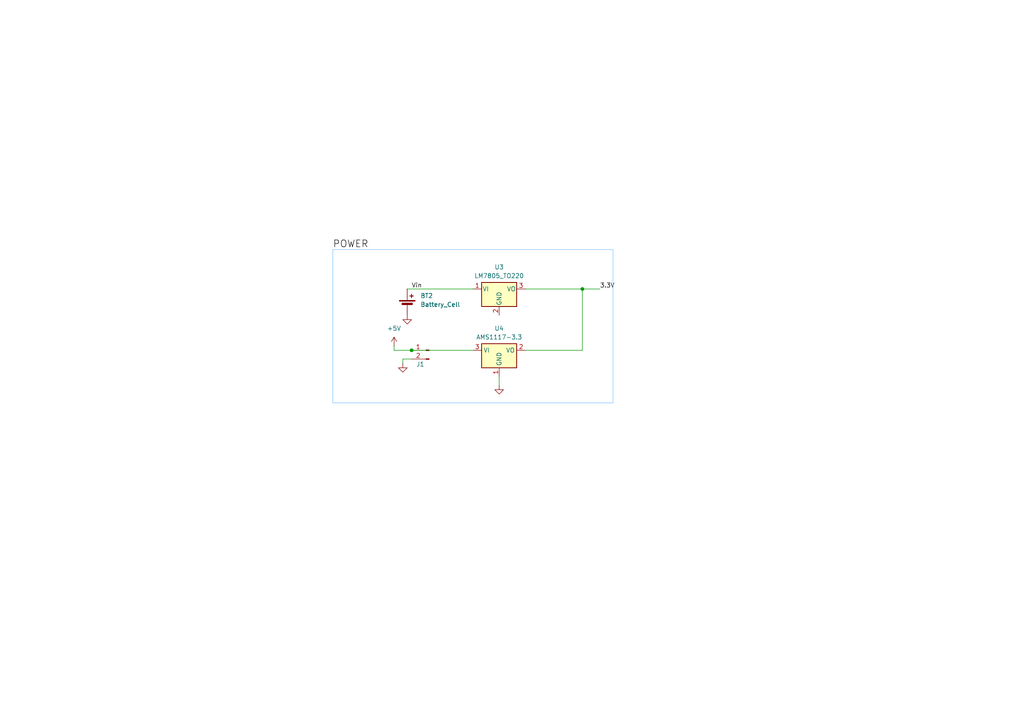
<source format=kicad_sch>
(kicad_sch
	(version 20231120)
	(generator "eeschema")
	(generator_version "8.0")
	(uuid "41dc2636-202c-4aa5-a493-0a21fe1ac23a")
	(paper "A4")
	(lib_symbols
		(symbol "Connector:Conn_01x02_Pin"
			(pin_names
				(offset 1.016) hide)
			(exclude_from_sim no)
			(in_bom yes)
			(on_board yes)
			(property "Reference" "J"
				(at 0 2.54 0)
				(effects
					(font
						(size 1.27 1.27)
					)
				)
			)
			(property "Value" "Conn_01x02_Pin"
				(at 0 -5.08 0)
				(effects
					(font
						(size 1.27 1.27)
					)
				)
			)
			(property "Footprint" ""
				(at 0 0 0)
				(effects
					(font
						(size 1.27 1.27)
					)
					(hide yes)
				)
			)
			(property "Datasheet" "~"
				(at 0 0 0)
				(effects
					(font
						(size 1.27 1.27)
					)
					(hide yes)
				)
			)
			(property "Description" "Generic connector, single row, 01x02, script generated"
				(at 0 0 0)
				(effects
					(font
						(size 1.27 1.27)
					)
					(hide yes)
				)
			)
			(property "ki_locked" ""
				(at 0 0 0)
				(effects
					(font
						(size 1.27 1.27)
					)
				)
			)
			(property "ki_keywords" "connector"
				(at 0 0 0)
				(effects
					(font
						(size 1.27 1.27)
					)
					(hide yes)
				)
			)
			(property "ki_fp_filters" "Connector*:*_1x??_*"
				(at 0 0 0)
				(effects
					(font
						(size 1.27 1.27)
					)
					(hide yes)
				)
			)
			(symbol "Conn_01x02_Pin_1_1"
				(polyline
					(pts
						(xy 1.27 -2.54) (xy 0.8636 -2.54)
					)
					(stroke
						(width 0.1524)
						(type default)
					)
					(fill
						(type none)
					)
				)
				(polyline
					(pts
						(xy 1.27 0) (xy 0.8636 0)
					)
					(stroke
						(width 0.1524)
						(type default)
					)
					(fill
						(type none)
					)
				)
				(rectangle
					(start 0.8636 -2.413)
					(end 0 -2.667)
					(stroke
						(width 0.1524)
						(type default)
					)
					(fill
						(type outline)
					)
				)
				(rectangle
					(start 0.8636 0.127)
					(end 0 -0.127)
					(stroke
						(width 0.1524)
						(type default)
					)
					(fill
						(type outline)
					)
				)
				(pin passive line
					(at 5.08 0 180)
					(length 3.81)
					(name "Pin_1"
						(effects
							(font
								(size 1.27 1.27)
							)
						)
					)
					(number "1"
						(effects
							(font
								(size 1.27 1.27)
							)
						)
					)
				)
				(pin passive line
					(at 5.08 -2.54 180)
					(length 3.81)
					(name "Pin_2"
						(effects
							(font
								(size 1.27 1.27)
							)
						)
					)
					(number "2"
						(effects
							(font
								(size 1.27 1.27)
							)
						)
					)
				)
			)
		)
		(symbol "Device:Battery_Cell"
			(pin_numbers hide)
			(pin_names
				(offset 0) hide)
			(exclude_from_sim no)
			(in_bom yes)
			(on_board yes)
			(property "Reference" "BT"
				(at 2.54 2.54 0)
				(effects
					(font
						(size 1.27 1.27)
					)
					(justify left)
				)
			)
			(property "Value" "Battery_Cell"
				(at 2.54 0 0)
				(effects
					(font
						(size 1.27 1.27)
					)
					(justify left)
				)
			)
			(property "Footprint" ""
				(at 0 1.524 90)
				(effects
					(font
						(size 1.27 1.27)
					)
					(hide yes)
				)
			)
			(property "Datasheet" "~"
				(at 0 1.524 90)
				(effects
					(font
						(size 1.27 1.27)
					)
					(hide yes)
				)
			)
			(property "Description" "Single-cell battery"
				(at 0 0 0)
				(effects
					(font
						(size 1.27 1.27)
					)
					(hide yes)
				)
			)
			(property "ki_keywords" "battery cell"
				(at 0 0 0)
				(effects
					(font
						(size 1.27 1.27)
					)
					(hide yes)
				)
			)
			(symbol "Battery_Cell_0_1"
				(rectangle
					(start -2.286 1.778)
					(end 2.286 1.524)
					(stroke
						(width 0)
						(type default)
					)
					(fill
						(type outline)
					)
				)
				(rectangle
					(start -1.524 1.016)
					(end 1.524 0.508)
					(stroke
						(width 0)
						(type default)
					)
					(fill
						(type outline)
					)
				)
				(polyline
					(pts
						(xy 0 0.762) (xy 0 0)
					)
					(stroke
						(width 0)
						(type default)
					)
					(fill
						(type none)
					)
				)
				(polyline
					(pts
						(xy 0 1.778) (xy 0 2.54)
					)
					(stroke
						(width 0)
						(type default)
					)
					(fill
						(type none)
					)
				)
				(polyline
					(pts
						(xy 0.762 3.048) (xy 1.778 3.048)
					)
					(stroke
						(width 0.254)
						(type default)
					)
					(fill
						(type none)
					)
				)
				(polyline
					(pts
						(xy 1.27 3.556) (xy 1.27 2.54)
					)
					(stroke
						(width 0.254)
						(type default)
					)
					(fill
						(type none)
					)
				)
			)
			(symbol "Battery_Cell_1_1"
				(pin passive line
					(at 0 5.08 270)
					(length 2.54)
					(name "+"
						(effects
							(font
								(size 1.27 1.27)
							)
						)
					)
					(number "1"
						(effects
							(font
								(size 1.27 1.27)
							)
						)
					)
				)
				(pin passive line
					(at 0 -2.54 90)
					(length 2.54)
					(name "-"
						(effects
							(font
								(size 1.27 1.27)
							)
						)
					)
					(number "2"
						(effects
							(font
								(size 1.27 1.27)
							)
						)
					)
				)
			)
		)
		(symbol "Regulator_Linear:AMS1117-3.3"
			(exclude_from_sim no)
			(in_bom yes)
			(on_board yes)
			(property "Reference" "U"
				(at -3.81 3.175 0)
				(effects
					(font
						(size 1.27 1.27)
					)
				)
			)
			(property "Value" "AMS1117-3.3"
				(at 0 3.175 0)
				(effects
					(font
						(size 1.27 1.27)
					)
					(justify left)
				)
			)
			(property "Footprint" "Package_TO_SOT_SMD:SOT-223-3_TabPin2"
				(at 0 5.08 0)
				(effects
					(font
						(size 1.27 1.27)
					)
					(hide yes)
				)
			)
			(property "Datasheet" "http://www.advanced-monolithic.com/pdf/ds1117.pdf"
				(at 2.54 -6.35 0)
				(effects
					(font
						(size 1.27 1.27)
					)
					(hide yes)
				)
			)
			(property "Description" "1A Low Dropout regulator, positive, 3.3V fixed output, SOT-223"
				(at 0 0 0)
				(effects
					(font
						(size 1.27 1.27)
					)
					(hide yes)
				)
			)
			(property "ki_keywords" "linear regulator ldo fixed positive"
				(at 0 0 0)
				(effects
					(font
						(size 1.27 1.27)
					)
					(hide yes)
				)
			)
			(property "ki_fp_filters" "SOT?223*TabPin2*"
				(at 0 0 0)
				(effects
					(font
						(size 1.27 1.27)
					)
					(hide yes)
				)
			)
			(symbol "AMS1117-3.3_0_1"
				(rectangle
					(start -5.08 -5.08)
					(end 5.08 1.905)
					(stroke
						(width 0.254)
						(type default)
					)
					(fill
						(type background)
					)
				)
			)
			(symbol "AMS1117-3.3_1_1"
				(pin power_in line
					(at 0 -7.62 90)
					(length 2.54)
					(name "GND"
						(effects
							(font
								(size 1.27 1.27)
							)
						)
					)
					(number "1"
						(effects
							(font
								(size 1.27 1.27)
							)
						)
					)
				)
				(pin power_out line
					(at 7.62 0 180)
					(length 2.54)
					(name "VO"
						(effects
							(font
								(size 1.27 1.27)
							)
						)
					)
					(number "2"
						(effects
							(font
								(size 1.27 1.27)
							)
						)
					)
				)
				(pin power_in line
					(at -7.62 0 0)
					(length 2.54)
					(name "VI"
						(effects
							(font
								(size 1.27 1.27)
							)
						)
					)
					(number "3"
						(effects
							(font
								(size 1.27 1.27)
							)
						)
					)
				)
			)
		)
		(symbol "Regulator_Linear:LM7805_TO220"
			(pin_names
				(offset 0.254)
			)
			(exclude_from_sim no)
			(in_bom yes)
			(on_board yes)
			(property "Reference" "U"
				(at -3.81 3.175 0)
				(effects
					(font
						(size 1.27 1.27)
					)
				)
			)
			(property "Value" "LM7805_TO220"
				(at 0 3.175 0)
				(effects
					(font
						(size 1.27 1.27)
					)
					(justify left)
				)
			)
			(property "Footprint" "Package_TO_SOT_THT:TO-220-3_Vertical"
				(at 0 5.715 0)
				(effects
					(font
						(size 1.27 1.27)
						(italic yes)
					)
					(hide yes)
				)
			)
			(property "Datasheet" "https://www.onsemi.cn/PowerSolutions/document/MC7800-D.PDF"
				(at 0 -1.27 0)
				(effects
					(font
						(size 1.27 1.27)
					)
					(hide yes)
				)
			)
			(property "Description" "Positive 1A 35V Linear Regulator, Fixed Output 5V, TO-220"
				(at 0 0 0)
				(effects
					(font
						(size 1.27 1.27)
					)
					(hide yes)
				)
			)
			(property "ki_keywords" "Voltage Regulator 1A Positive"
				(at 0 0 0)
				(effects
					(font
						(size 1.27 1.27)
					)
					(hide yes)
				)
			)
			(property "ki_fp_filters" "TO?220*"
				(at 0 0 0)
				(effects
					(font
						(size 1.27 1.27)
					)
					(hide yes)
				)
			)
			(symbol "LM7805_TO220_0_1"
				(rectangle
					(start -5.08 1.905)
					(end 5.08 -5.08)
					(stroke
						(width 0.254)
						(type default)
					)
					(fill
						(type background)
					)
				)
			)
			(symbol "LM7805_TO220_1_1"
				(pin power_in line
					(at -7.62 0 0)
					(length 2.54)
					(name "VI"
						(effects
							(font
								(size 1.27 1.27)
							)
						)
					)
					(number "1"
						(effects
							(font
								(size 1.27 1.27)
							)
						)
					)
				)
				(pin power_in line
					(at 0 -7.62 90)
					(length 2.54)
					(name "GND"
						(effects
							(font
								(size 1.27 1.27)
							)
						)
					)
					(number "2"
						(effects
							(font
								(size 1.27 1.27)
							)
						)
					)
				)
				(pin power_out line
					(at 7.62 0 180)
					(length 2.54)
					(name "VO"
						(effects
							(font
								(size 1.27 1.27)
							)
						)
					)
					(number "3"
						(effects
							(font
								(size 1.27 1.27)
							)
						)
					)
				)
			)
		)
		(symbol "power:+5V"
			(power)
			(pin_numbers hide)
			(pin_names
				(offset 0) hide)
			(exclude_from_sim no)
			(in_bom yes)
			(on_board yes)
			(property "Reference" "#PWR"
				(at 0 -3.81 0)
				(effects
					(font
						(size 1.27 1.27)
					)
					(hide yes)
				)
			)
			(property "Value" "+5V"
				(at 0 3.556 0)
				(effects
					(font
						(size 1.27 1.27)
					)
				)
			)
			(property "Footprint" ""
				(at 0 0 0)
				(effects
					(font
						(size 1.27 1.27)
					)
					(hide yes)
				)
			)
			(property "Datasheet" ""
				(at 0 0 0)
				(effects
					(font
						(size 1.27 1.27)
					)
					(hide yes)
				)
			)
			(property "Description" "Power symbol creates a global label with name \"+5V\""
				(at 0 0 0)
				(effects
					(font
						(size 1.27 1.27)
					)
					(hide yes)
				)
			)
			(property "ki_keywords" "global power"
				(at 0 0 0)
				(effects
					(font
						(size 1.27 1.27)
					)
					(hide yes)
				)
			)
			(symbol "+5V_0_1"
				(polyline
					(pts
						(xy -0.762 1.27) (xy 0 2.54)
					)
					(stroke
						(width 0)
						(type default)
					)
					(fill
						(type none)
					)
				)
				(polyline
					(pts
						(xy 0 0) (xy 0 2.54)
					)
					(stroke
						(width 0)
						(type default)
					)
					(fill
						(type none)
					)
				)
				(polyline
					(pts
						(xy 0 2.54) (xy 0.762 1.27)
					)
					(stroke
						(width 0)
						(type default)
					)
					(fill
						(type none)
					)
				)
			)
			(symbol "+5V_1_1"
				(pin power_in line
					(at 0 0 90)
					(length 0)
					(name "~"
						(effects
							(font
								(size 1.27 1.27)
							)
						)
					)
					(number "1"
						(effects
							(font
								(size 1.27 1.27)
							)
						)
					)
				)
			)
		)
		(symbol "power:GND"
			(power)
			(pin_numbers hide)
			(pin_names
				(offset 0) hide)
			(exclude_from_sim no)
			(in_bom yes)
			(on_board yes)
			(property "Reference" "#PWR"
				(at 0 -6.35 0)
				(effects
					(font
						(size 1.27 1.27)
					)
					(hide yes)
				)
			)
			(property "Value" "GND"
				(at 0 -3.81 0)
				(effects
					(font
						(size 1.27 1.27)
					)
				)
			)
			(property "Footprint" ""
				(at 0 0 0)
				(effects
					(font
						(size 1.27 1.27)
					)
					(hide yes)
				)
			)
			(property "Datasheet" ""
				(at 0 0 0)
				(effects
					(font
						(size 1.27 1.27)
					)
					(hide yes)
				)
			)
			(property "Description" "Power symbol creates a global label with name \"GND\" , ground"
				(at 0 0 0)
				(effects
					(font
						(size 1.27 1.27)
					)
					(hide yes)
				)
			)
			(property "ki_keywords" "global power"
				(at 0 0 0)
				(effects
					(font
						(size 1.27 1.27)
					)
					(hide yes)
				)
			)
			(symbol "GND_0_1"
				(polyline
					(pts
						(xy 0 0) (xy 0 -1.27) (xy 1.27 -1.27) (xy 0 -2.54) (xy -1.27 -1.27) (xy 0 -1.27)
					)
					(stroke
						(width 0)
						(type default)
					)
					(fill
						(type none)
					)
				)
			)
			(symbol "GND_1_1"
				(pin power_in line
					(at 0 0 270)
					(length 0)
					(name "~"
						(effects
							(font
								(size 1.27 1.27)
							)
						)
					)
					(number "1"
						(effects
							(font
								(size 1.27 1.27)
							)
						)
					)
				)
			)
		)
	)
	(junction
		(at 168.91 83.82)
		(diameter 0)
		(color 0 0 0 0)
		(uuid "8c9e16b4-a19f-495e-bab4-306cc27ce1e8")
	)
	(junction
		(at 119.38 101.6)
		(diameter 0)
		(color 0 0 0 0)
		(uuid "e4754109-295e-4c04-ab70-17fa3e38aacb")
	)
	(wire
		(pts
			(xy 152.4 101.6) (xy 168.91 101.6)
		)
		(stroke
			(width 0)
			(type default)
		)
		(uuid "40b31c6b-2c60-4e89-95c6-d95c601b0c06")
	)
	(wire
		(pts
			(xy 114.3 101.6) (xy 114.3 100.33)
		)
		(stroke
			(width 0)
			(type default)
		)
		(uuid "507a3f24-5e14-4254-b34f-04ecb8cce325")
	)
	(wire
		(pts
			(xy 144.78 109.22) (xy 144.78 111.76)
		)
		(stroke
			(width 0)
			(type default)
		)
		(uuid "66b03d69-9d76-47ff-bcd2-87d97e1d671c")
	)
	(wire
		(pts
			(xy 119.38 101.6) (xy 137.16 101.6)
		)
		(stroke
			(width 0)
			(type default)
		)
		(uuid "68e35e82-f0e0-4890-968f-c0d580bb070e")
	)
	(wire
		(pts
			(xy 114.3 101.6) (xy 119.38 101.6)
		)
		(stroke
			(width 0)
			(type default)
		)
		(uuid "aa3a0c0e-d75e-4f5f-84d8-f520a6ce574d")
	)
	(wire
		(pts
			(xy 173.99 83.82) (xy 168.91 83.82)
		)
		(stroke
			(width 0)
			(type default)
		)
		(uuid "b22f62c4-ceae-4d7c-a00b-cbe7da1c0885")
	)
	(wire
		(pts
			(xy 116.84 104.14) (xy 119.38 104.14)
		)
		(stroke
			(width 0)
			(type default)
		)
		(uuid "d3f0d91d-6ff3-4a9f-b5bf-ffac2e69ce89")
	)
	(wire
		(pts
			(xy 116.84 104.14) (xy 116.84 105.41)
		)
		(stroke
			(width 0)
			(type default)
		)
		(uuid "f0a3d5a5-1ad7-4594-bd2e-18fadc856f3d")
	)
	(wire
		(pts
			(xy 118.11 83.82) (xy 137.16 83.82)
		)
		(stroke
			(width 0)
			(type default)
		)
		(uuid "f2894562-5ea4-4197-a812-6d44254d9480")
	)
	(wire
		(pts
			(xy 152.4 83.82) (xy 168.91 83.82)
		)
		(stroke
			(width 0)
			(type default)
		)
		(uuid "f89932db-0a15-4e76-ac9d-4cab981b78c1")
	)
	(wire
		(pts
			(xy 168.91 101.6) (xy 168.91 83.82)
		)
		(stroke
			(width 0)
			(type default)
		)
		(uuid "faebd8b8-0a7b-433b-b8c4-a3a1a5820dbb")
	)
	(rectangle
		(start 96.52 72.39)
		(end 177.8 116.84)
		(stroke
			(width 0)
			(type default)
			(color 126 194 255 1)
		)
		(fill
			(type none)
		)
		(uuid 5dc86c24-49e8-42cb-83f0-057ef9979739)
	)
	(label "Vin"
		(at 119.38 83.82 0)
		(fields_autoplaced yes)
		(effects
			(font
				(size 1.27 1.27)
			)
			(justify left bottom)
		)
		(uuid "50677805-0637-4b65-9439-62e0ad21c670")
	)
	(label "3.3V"
		(at 173.99 83.82 0)
		(fields_autoplaced yes)
		(effects
			(font
				(size 1.27 1.27)
			)
			(justify left bottom)
		)
		(uuid "5f95a8f7-917b-47d7-af49-f703bfa829d7")
	)
	(label "POWER"
		(at 96.52 72.39 0)
		(fields_autoplaced yes)
		(effects
			(font
				(size 2 2)
			)
			(justify left bottom)
		)
		(uuid "6048f95f-9770-4273-84df-53581e534869")
	)
	(symbol
		(lib_id "power:+5V")
		(at 114.3 100.33 0)
		(unit 1)
		(exclude_from_sim no)
		(in_bom yes)
		(on_board yes)
		(dnp no)
		(fields_autoplaced yes)
		(uuid "1708f792-9407-4e08-b1d5-9ef78da94be6")
		(property "Reference" "#PWR02"
			(at 114.3 104.14 0)
			(effects
				(font
					(size 1.27 1.27)
				)
				(hide yes)
			)
		)
		(property "Value" "+5V"
			(at 114.3 95.25 0)
			(effects
				(font
					(size 1.27 1.27)
				)
			)
		)
		(property "Footprint" ""
			(at 114.3 100.33 0)
			(effects
				(font
					(size 1.27 1.27)
				)
				(hide yes)
			)
		)
		(property "Datasheet" ""
			(at 114.3 100.33 0)
			(effects
				(font
					(size 1.27 1.27)
				)
				(hide yes)
			)
		)
		(property "Description" "Power symbol creates a global label with name \"+5V\""
			(at 114.3 100.33 0)
			(effects
				(font
					(size 1.27 1.27)
				)
				(hide yes)
			)
		)
		(pin "1"
			(uuid "265baeec-c2f2-4898-a985-77d8d9ae0e11")
		)
		(instances
			(project "Power Pcb"
				(path "/a4ff6fce-538e-4dc3-b65a-c825f7e52b6f/17cefe33-1019-41c0-b394-f7bf4079f83f/90bc9bd4-4505-4bff-987f-9ae96cf19643"
					(reference "#PWR02")
					(unit 1)
				)
			)
		)
	)
	(symbol
		(lib_id "power:GND")
		(at 118.11 91.44 0)
		(unit 1)
		(exclude_from_sim no)
		(in_bom yes)
		(on_board yes)
		(dnp no)
		(fields_autoplaced yes)
		(uuid "42341123-9873-44df-b4c6-a078df0fdfab")
		(property "Reference" "#PWR03"
			(at 118.11 97.79 0)
			(effects
				(font
					(size 1.27 1.27)
				)
				(hide yes)
			)
		)
		(property "Value" "GND"
			(at 118.11 96.52 0)
			(effects
				(font
					(size 1.27 1.27)
				)
				(hide yes)
			)
		)
		(property "Footprint" ""
			(at 118.11 91.44 0)
			(effects
				(font
					(size 1.27 1.27)
				)
				(hide yes)
			)
		)
		(property "Datasheet" ""
			(at 118.11 91.44 0)
			(effects
				(font
					(size 1.27 1.27)
				)
				(hide yes)
			)
		)
		(property "Description" "Power symbol creates a global label with name \"GND\" , ground"
			(at 118.11 91.44 0)
			(effects
				(font
					(size 1.27 1.27)
				)
				(hide yes)
			)
		)
		(pin "1"
			(uuid "839e5249-1e1f-4fd8-a886-a84f4f8b44d6")
		)
		(instances
			(project "Power Pcb"
				(path "/a4ff6fce-538e-4dc3-b65a-c825f7e52b6f/17cefe33-1019-41c0-b394-f7bf4079f83f/90bc9bd4-4505-4bff-987f-9ae96cf19643"
					(reference "#PWR03")
					(unit 1)
				)
			)
		)
	)
	(symbol
		(lib_id "Regulator_Linear:LM7805_TO220")
		(at 144.78 83.82 0)
		(unit 1)
		(exclude_from_sim no)
		(in_bom yes)
		(on_board yes)
		(dnp no)
		(fields_autoplaced yes)
		(uuid "5b7fcf38-2001-4e8d-9285-d02c21aea5d8")
		(property "Reference" "U3"
			(at 144.78 77.47 0)
			(effects
				(font
					(size 1.27 1.27)
				)
			)
		)
		(property "Value" "LM7805_TO220"
			(at 144.78 80.01 0)
			(effects
				(font
					(size 1.27 1.27)
				)
			)
		)
		(property "Footprint" "Package_TO_SOT_THT:TO-220-3_Vertical"
			(at 144.78 78.105 0)
			(effects
				(font
					(size 1.27 1.27)
					(italic yes)
				)
				(hide yes)
			)
		)
		(property "Datasheet" "https://www.onsemi.cn/PowerSolutions/document/MC7800-D.PDF"
			(at 144.78 85.09 0)
			(effects
				(font
					(size 1.27 1.27)
				)
				(hide yes)
			)
		)
		(property "Description" "Positive 1A 35V Linear Regulator, Fixed Output 5V, TO-220"
			(at 144.78 83.82 0)
			(effects
				(font
					(size 1.27 1.27)
				)
				(hide yes)
			)
		)
		(pin "3"
			(uuid "d4bf44cf-e942-41c3-a16b-395ba03a5e4c")
		)
		(pin "1"
			(uuid "a0028cd8-a346-458f-afae-3e5de6cde6dc")
		)
		(pin "2"
			(uuid "3d771b5c-4724-4899-8153-e0647c6b97c5")
		)
		(instances
			(project "Power Pcb"
				(path "/a4ff6fce-538e-4dc3-b65a-c825f7e52b6f/17cefe33-1019-41c0-b394-f7bf4079f83f/90bc9bd4-4505-4bff-987f-9ae96cf19643"
					(reference "U3")
					(unit 1)
				)
			)
		)
	)
	(symbol
		(lib_id "Device:Battery_Cell")
		(at 118.11 88.9 0)
		(unit 1)
		(exclude_from_sim no)
		(in_bom yes)
		(on_board yes)
		(dnp no)
		(fields_autoplaced yes)
		(uuid "638a939b-f41a-4e28-8ff4-50dc16ea2c29")
		(property "Reference" "BT2"
			(at 121.92 85.7884 0)
			(effects
				(font
					(size 1.27 1.27)
				)
				(justify left)
			)
		)
		(property "Value" "Battery_Cell"
			(at 121.92 88.3284 0)
			(effects
				(font
					(size 1.27 1.27)
				)
				(justify left)
			)
		)
		(property "Footprint" ""
			(at 118.11 87.376 90)
			(effects
				(font
					(size 1.27 1.27)
				)
				(hide yes)
			)
		)
		(property "Datasheet" "~"
			(at 118.11 87.376 90)
			(effects
				(font
					(size 1.27 1.27)
				)
				(hide yes)
			)
		)
		(property "Description" "Single-cell battery"
			(at 118.11 88.9 0)
			(effects
				(font
					(size 1.27 1.27)
				)
				(hide yes)
			)
		)
		(pin "1"
			(uuid "f5a8e243-746e-44d6-86fa-77febbc87c5d")
		)
		(pin "2"
			(uuid "0f730782-d1f7-4836-b93b-17287787c7eb")
		)
		(instances
			(project "Power Pcb"
				(path "/a4ff6fce-538e-4dc3-b65a-c825f7e52b6f/17cefe33-1019-41c0-b394-f7bf4079f83f/90bc9bd4-4505-4bff-987f-9ae96cf19643"
					(reference "BT2")
					(unit 1)
				)
			)
		)
	)
	(symbol
		(lib_id "Regulator_Linear:AMS1117-3.3")
		(at 144.78 101.6 0)
		(unit 1)
		(exclude_from_sim no)
		(in_bom yes)
		(on_board yes)
		(dnp no)
		(fields_autoplaced yes)
		(uuid "d0fa95cc-a14c-421f-a8f7-8187c6f29390")
		(property "Reference" "U4"
			(at 144.78 95.25 0)
			(effects
				(font
					(size 1.27 1.27)
				)
			)
		)
		(property "Value" "AMS1117-3.3"
			(at 144.78 97.79 0)
			(effects
				(font
					(size 1.27 1.27)
				)
			)
		)
		(property "Footprint" "Package_TO_SOT_SMD:SOT-223-3_TabPin2"
			(at 144.78 96.52 0)
			(effects
				(font
					(size 1.27 1.27)
				)
				(hide yes)
			)
		)
		(property "Datasheet" "http://www.advanced-monolithic.com/pdf/ds1117.pdf"
			(at 147.32 107.95 0)
			(effects
				(font
					(size 1.27 1.27)
				)
				(hide yes)
			)
		)
		(property "Description" "1A Low Dropout regulator, positive, 3.3V fixed output, SOT-223"
			(at 144.78 101.6 0)
			(effects
				(font
					(size 1.27 1.27)
				)
				(hide yes)
			)
		)
		(pin "3"
			(uuid "c01f92b5-e198-4081-92de-5968b5d566b1")
		)
		(pin "2"
			(uuid "1f8be655-c1eb-478f-b697-22ee2e9672fa")
		)
		(pin "1"
			(uuid "8537cda1-d4f3-407a-ad81-4c10b0c0aee6")
		)
		(instances
			(project "Power Pcb"
				(path "/a4ff6fce-538e-4dc3-b65a-c825f7e52b6f/17cefe33-1019-41c0-b394-f7bf4079f83f/90bc9bd4-4505-4bff-987f-9ae96cf19643"
					(reference "U4")
					(unit 1)
				)
			)
		)
	)
	(symbol
		(lib_id "power:GND")
		(at 116.84 105.41 0)
		(unit 1)
		(exclude_from_sim no)
		(in_bom yes)
		(on_board yes)
		(dnp no)
		(fields_autoplaced yes)
		(uuid "d70ccad1-b15f-4d88-b9aa-ac8e11f66b49")
		(property "Reference" "#PWR01"
			(at 116.84 111.76 0)
			(effects
				(font
					(size 1.27 1.27)
				)
				(hide yes)
			)
		)
		(property "Value" "GND"
			(at 116.84 110.49 0)
			(effects
				(font
					(size 1.27 1.27)
				)
				(hide yes)
			)
		)
		(property "Footprint" ""
			(at 116.84 105.41 0)
			(effects
				(font
					(size 1.27 1.27)
				)
				(hide yes)
			)
		)
		(property "Datasheet" ""
			(at 116.84 105.41 0)
			(effects
				(font
					(size 1.27 1.27)
				)
				(hide yes)
			)
		)
		(property "Description" "Power symbol creates a global label with name \"GND\" , ground"
			(at 116.84 105.41 0)
			(effects
				(font
					(size 1.27 1.27)
				)
				(hide yes)
			)
		)
		(pin "1"
			(uuid "38bca1ac-8936-4a5f-bf9c-166ccb0928e1")
		)
		(instances
			(project "Power Pcb"
				(path "/a4ff6fce-538e-4dc3-b65a-c825f7e52b6f/17cefe33-1019-41c0-b394-f7bf4079f83f/90bc9bd4-4505-4bff-987f-9ae96cf19643"
					(reference "#PWR01")
					(unit 1)
				)
			)
		)
	)
	(symbol
		(lib_id "power:GND")
		(at 144.78 111.76 0)
		(unit 1)
		(exclude_from_sim no)
		(in_bom yes)
		(on_board yes)
		(dnp no)
		(fields_autoplaced yes)
		(uuid "efe3de00-3435-4fe9-b5ec-ac6dbda465f1")
		(property "Reference" "#PWR04"
			(at 144.78 118.11 0)
			(effects
				(font
					(size 1.27 1.27)
				)
				(hide yes)
			)
		)
		(property "Value" "GND"
			(at 144.78 116.84 0)
			(effects
				(font
					(size 1.27 1.27)
				)
				(hide yes)
			)
		)
		(property "Footprint" ""
			(at 144.78 111.76 0)
			(effects
				(font
					(size 1.27 1.27)
				)
				(hide yes)
			)
		)
		(property "Datasheet" ""
			(at 144.78 111.76 0)
			(effects
				(font
					(size 1.27 1.27)
				)
				(hide yes)
			)
		)
		(property "Description" "Power symbol creates a global label with name \"GND\" , ground"
			(at 144.78 111.76 0)
			(effects
				(font
					(size 1.27 1.27)
				)
				(hide yes)
			)
		)
		(pin "1"
			(uuid "789f1043-89d2-4047-8c10-c57ed83907a4")
		)
		(instances
			(project "Power Pcb"
				(path "/a4ff6fce-538e-4dc3-b65a-c825f7e52b6f/17cefe33-1019-41c0-b394-f7bf4079f83f/90bc9bd4-4505-4bff-987f-9ae96cf19643"
					(reference "#PWR04")
					(unit 1)
				)
			)
		)
	)
	(symbol
		(lib_id "Connector:Conn_01x02_Pin")
		(at 124.46 101.6 0)
		(mirror y)
		(unit 1)
		(exclude_from_sim no)
		(in_bom yes)
		(on_board yes)
		(dnp no)
		(uuid "f799cbfe-c3eb-493c-8071-9181ca28d590")
		(property "Reference" "J1"
			(at 121.92 105.664 0)
			(effects
				(font
					(size 1.27 1.27)
				)
			)
		)
		(property "Value" "Conn_01x02_Pin"
			(at 116.586 99.06 0)
			(effects
				(font
					(size 1.27 1.27)
				)
				(hide yes)
			)
		)
		(property "Footprint" "Connector:JWT_A3963_1x02_P3.96mm_Vertical"
			(at 124.46 101.6 0)
			(effects
				(font
					(size 1.27 1.27)
				)
				(hide yes)
			)
		)
		(property "Datasheet" "~"
			(at 124.46 101.6 0)
			(effects
				(font
					(size 1.27 1.27)
				)
				(hide yes)
			)
		)
		(property "Description" "Generic connector, single row, 01x02, script generated"
			(at 124.46 101.6 0)
			(effects
				(font
					(size 1.27 1.27)
				)
				(hide yes)
			)
		)
		(pin "1"
			(uuid "34c9c279-aa45-48f5-9b44-ce8b348589e7")
		)
		(pin "2"
			(uuid "2cc2ba2b-768f-43aa-a433-3444fd205783")
		)
		(instances
			(project "Power Pcb"
				(path "/a4ff6fce-538e-4dc3-b65a-c825f7e52b6f/17cefe33-1019-41c0-b394-f7bf4079f83f/90bc9bd4-4505-4bff-987f-9ae96cf19643"
					(reference "J1")
					(unit 1)
				)
			)
		)
	)
)
</source>
